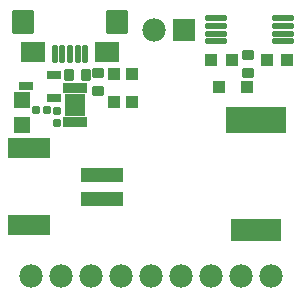
<source format=gbs>
G04 Layer_Color=16711935*
%FSLAX25Y25*%
%MOIN*%
G70*
G01*
G75*
G04:AMPARAMS|DCode=65|XSize=39.37mil|YSize=31.5mil|CornerRadius=2.66mil|HoleSize=0mil|Usage=FLASHONLY|Rotation=0.000|XOffset=0mil|YOffset=0mil|HoleType=Round|Shape=RoundedRectangle|*
%AMROUNDEDRECTD65*
21,1,0.03937,0.02618,0,0,0.0*
21,1,0.03406,0.03150,0,0,0.0*
1,1,0.00532,0.01703,-0.01309*
1,1,0.00532,-0.01703,-0.01309*
1,1,0.00532,-0.01703,0.01309*
1,1,0.00532,0.01703,0.01309*
%
%ADD65ROUNDEDRECTD65*%
%ADD73R,0.04343X0.03950*%
%ADD74C,0.07800*%
%ADD75R,0.07800X0.07800*%
%ADD76R,0.16548X0.07493*%
%ADD77R,0.20485X0.08674*%
%ADD78R,0.03950X0.04343*%
G04:AMPARAMS|DCode=79|XSize=43.31mil|YSize=39.37mil|CornerRadius=2.85mil|HoleSize=0mil|Usage=FLASHONLY|Rotation=90.000|XOffset=0mil|YOffset=0mil|HoleType=Round|Shape=RoundedRectangle|*
%AMROUNDEDRECTD79*
21,1,0.04331,0.03366,0,0,90.0*
21,1,0.03760,0.03937,0,0,90.0*
1,1,0.00571,0.01683,0.01880*
1,1,0.00571,0.01683,-0.01880*
1,1,0.00571,-0.01683,-0.01880*
1,1,0.00571,-0.01683,0.01880*
%
%ADD79ROUNDEDRECTD79*%
%ADD80O,0.07493X0.02178*%
G04:AMPARAMS|DCode=81|XSize=39.37mil|YSize=31.5mil|CornerRadius=2.66mil|HoleSize=0mil|Usage=FLASHONLY|Rotation=90.000|XOffset=0mil|YOffset=0mil|HoleType=Round|Shape=RoundedRectangle|*
%AMROUNDEDRECTD81*
21,1,0.03937,0.02618,0,0,90.0*
21,1,0.03406,0.03150,0,0,90.0*
1,1,0.00532,0.01309,0.01703*
1,1,0.00532,0.01309,-0.01703*
1,1,0.00532,-0.01309,-0.01703*
1,1,0.00532,-0.01309,0.01703*
%
%ADD81ROUNDEDRECTD81*%
%ADD82R,0.05524X0.05524*%
%ADD83R,0.04737X0.03162*%
G04:AMPARAMS|DCode=84|XSize=66.99mil|YSize=82.74mil|CornerRadius=3.58mil|HoleSize=0mil|Usage=FLASHONLY|Rotation=270.000|XOffset=0mil|YOffset=0mil|HoleType=Round|Shape=RoundedRectangle|*
%AMROUNDEDRECTD84*
21,1,0.06699,0.07559,0,0,270.0*
21,1,0.05984,0.08274,0,0,270.0*
1,1,0.00715,-0.03780,-0.02992*
1,1,0.00715,-0.03780,0.02992*
1,1,0.00715,0.03780,0.02992*
1,1,0.00715,0.03780,-0.02992*
%
%ADD84ROUNDEDRECTD84*%
G04:AMPARAMS|DCode=85|XSize=78.8mil|YSize=74.87mil|CornerRadius=3.77mil|HoleSize=0mil|Usage=FLASHONLY|Rotation=270.000|XOffset=0mil|YOffset=0mil|HoleType=Round|Shape=RoundedRectangle|*
%AMROUNDEDRECTD85*
21,1,0.07880,0.06732,0,0,270.0*
21,1,0.07126,0.07487,0,0,270.0*
1,1,0.00754,-0.03366,-0.03563*
1,1,0.00754,-0.03366,0.03563*
1,1,0.00754,0.03366,0.03563*
1,1,0.00754,0.03366,-0.03563*
%
%ADD85ROUNDEDRECTD85*%
G04:AMPARAMS|DCode=86|XSize=57.15mil|YSize=19.75mil|CornerRadius=2.39mil|HoleSize=0mil|Usage=FLASHONLY|Rotation=270.000|XOffset=0mil|YOffset=0mil|HoleType=Round|Shape=RoundedRectangle|*
%AMROUNDEDRECTD86*
21,1,0.05715,0.01496,0,0,270.0*
21,1,0.05236,0.01975,0,0,270.0*
1,1,0.00479,-0.00748,-0.02618*
1,1,0.00479,-0.00748,0.02618*
1,1,0.00479,0.00748,0.02618*
1,1,0.00479,0.00748,-0.02618*
%
%ADD86ROUNDEDRECTD86*%
G04:AMPARAMS|DCode=87|XSize=23.69mil|YSize=27.62mil|CornerRadius=2.49mil|HoleSize=0mil|Usage=FLASHONLY|Rotation=180.000|XOffset=0mil|YOffset=0mil|HoleType=Round|Shape=RoundedRectangle|*
%AMROUNDEDRECTD87*
21,1,0.02369,0.02264,0,0,180.0*
21,1,0.01870,0.02762,0,0,180.0*
1,1,0.00498,-0.00935,0.01132*
1,1,0.00498,0.00935,0.01132*
1,1,0.00498,0.00935,-0.01132*
1,1,0.00498,-0.00935,-0.01132*
%
%ADD87ROUNDEDRECTD87*%
G04:AMPARAMS|DCode=88|XSize=23.69mil|YSize=27.62mil|CornerRadius=2.49mil|HoleSize=0mil|Usage=FLASHONLY|Rotation=90.000|XOffset=0mil|YOffset=0mil|HoleType=Round|Shape=RoundedRectangle|*
%AMROUNDEDRECTD88*
21,1,0.02369,0.02264,0,0,90.0*
21,1,0.01870,0.02762,0,0,90.0*
1,1,0.00498,0.01132,0.00935*
1,1,0.00498,0.01132,-0.00935*
1,1,0.00498,-0.01132,-0.00935*
1,1,0.00498,-0.01132,0.00935*
%
%ADD88ROUNDEDRECTD88*%
%ADD89R,0.01981X0.03753*%
%ADD90R,0.06509X0.07690*%
%ADD91R,0.14186X0.04737*%
%ADD92R,0.14186X0.06706*%
D65*
X80500Y80653D02*
D03*
Y74747D02*
D03*
X30400Y68747D02*
D03*
Y74653D02*
D03*
D73*
X41700Y65245D02*
D03*
Y74300D02*
D03*
X35700Y65245D02*
D03*
Y74300D02*
D03*
D74*
X8000Y7000D02*
D03*
X18000D02*
D03*
X28000D02*
D03*
X38000D02*
D03*
X48000D02*
D03*
X58000D02*
D03*
X68000D02*
D03*
X78000D02*
D03*
X88000D02*
D03*
X49100Y89100D02*
D03*
D75*
X59100D02*
D03*
D76*
X83000Y22386D02*
D03*
D77*
Y59000D02*
D03*
D78*
X79855Y70100D02*
D03*
X70800D02*
D03*
D79*
X74847Y79000D02*
D03*
X68154D02*
D03*
X93247Y79100D02*
D03*
X86554D02*
D03*
D80*
X92120Y93039D02*
D03*
Y90479D02*
D03*
Y87920D02*
D03*
Y85361D02*
D03*
X69679Y93039D02*
D03*
Y90479D02*
D03*
Y87920D02*
D03*
Y85361D02*
D03*
D81*
X20547Y74200D02*
D03*
X26453D02*
D03*
D82*
X5000Y65634D02*
D03*
Y57366D02*
D03*
D83*
X6276Y70300D02*
D03*
X15724Y66560D02*
D03*
Y74040D02*
D03*
D84*
X33205Y81764D02*
D03*
X8795D02*
D03*
D85*
X5252Y91606D02*
D03*
X36748D02*
D03*
D86*
X26118Y80976D02*
D03*
X23559D02*
D03*
X21000D02*
D03*
X18441D02*
D03*
X15882D02*
D03*
D87*
X16700Y58232D02*
D03*
Y62169D02*
D03*
D88*
X9532Y62300D02*
D03*
X13468D02*
D03*
D89*
X19747Y69909D02*
D03*
X21716D02*
D03*
X23684D02*
D03*
X25653D02*
D03*
Y58491D02*
D03*
X23684D02*
D03*
X21716D02*
D03*
X19747D02*
D03*
D90*
X22700Y64200D02*
D03*
D91*
X31663Y32864D02*
D03*
Y40737D02*
D03*
D92*
X7451Y24005D02*
D03*
Y49596D02*
D03*
M02*

</source>
